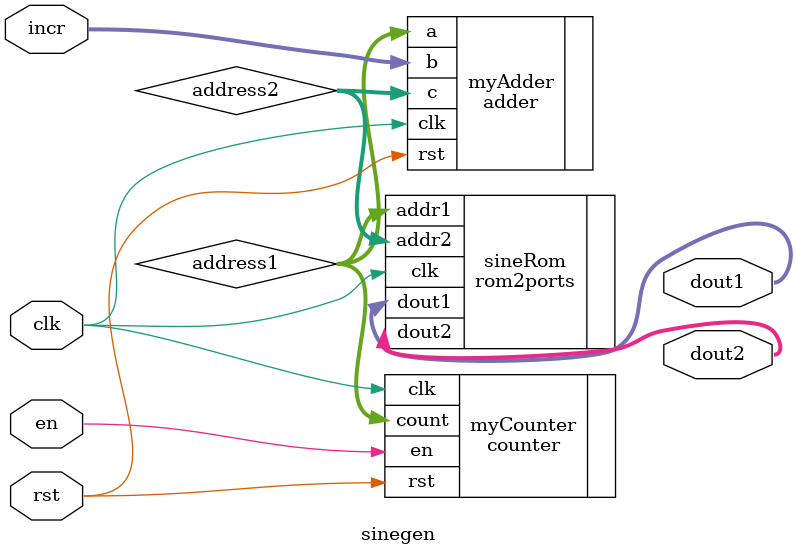
<source format=sv>
module sinegen #(
    parameter   A_WIDTH = 8,
                D_WIDTH = 8
)(
    // interface signals
    input   logic               rst,        // reset
    input   logic               clk,        // clk
    input   logic               en,         // enable
    input   logic [D_WIDTH-1:0] incr,       // count increment
    output  logic [D_WIDTH-1:0] dout1,      // data out 1
    output  logic [D_WIDTH-1:0] dout2       // data out 2
);

    wire    [A_WIDTH-1:0]       address1;    // interconnect wire
    wire    [A_WIDTH-1:0]       address2;

counter myCounter (
    .clk    (clk),
    .rst    (rst),
    .en     (en),
    .count  (address1)
);

adder myAdder (
    .clk    (clk),
    .rst    (rst),
    .a      (address1),
    .b      (incr),
    .c      (address2)
);

rom2ports sineRom (
    .clk    (clk),
    .addr1  (address1),
    .addr2  (address2),
    .dout1  (dout1),
    .dout2  (dout2)    
);

endmodule

</source>
